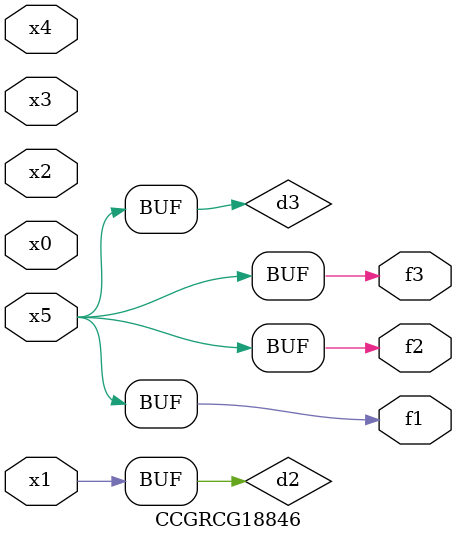
<source format=v>
module CCGRCG18846(
	input x0, x1, x2, x3, x4, x5,
	output f1, f2, f3
);

	wire d1, d2, d3;

	not (d1, x5);
	or (d2, x1);
	xnor (d3, d1);
	assign f1 = d3;
	assign f2 = d3;
	assign f3 = d3;
endmodule

</source>
